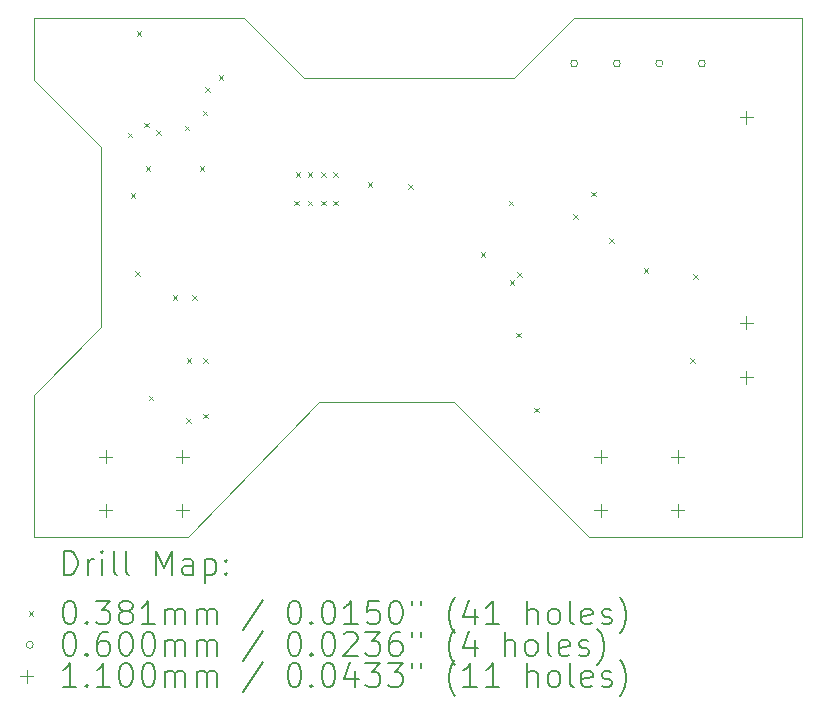
<source format=gbr>
%TF.GenerationSoftware,KiCad,Pcbnew,7.0.5+dfsg-2*%
%TF.CreationDate,2023-08-29T10:22:57-04:00*%
%TF.ProjectId,proto1_0,70726f74-6f31-45f3-902e-6b696361645f,rev?*%
%TF.SameCoordinates,Original*%
%TF.FileFunction,Drillmap*%
%TF.FilePolarity,Positive*%
%FSLAX45Y45*%
G04 Gerber Fmt 4.5, Leading zero omitted, Abs format (unit mm)*
G04 Created by KiCad (PCBNEW 7.0.5+dfsg-2) date 2023-08-29 10:22:57*
%MOMM*%
%LPD*%
G01*
G04 APERTURE LIST*
%ADD10C,0.100000*%
%ADD11C,0.200000*%
%ADD12C,0.038100*%
%ADD13C,0.060000*%
%ADD14C,0.110000*%
G04 APERTURE END LIST*
D10*
X8191500Y-6096000D02*
X7620000Y-5524500D01*
X8191500Y-7620000D02*
X8191500Y-6096000D01*
X7620000Y-8191500D02*
X8191500Y-7620000D01*
X7620000Y-5524500D02*
X7620000Y-4998720D01*
X12319000Y-9398000D02*
X14120000Y-9398000D01*
X11684000Y-5506720D02*
X9906000Y-5506720D01*
X8925560Y-9398000D02*
X10033000Y-8255000D01*
X7620000Y-9398000D02*
X8925560Y-9398000D01*
X7620000Y-4998720D02*
X9398000Y-4998720D01*
X12192000Y-4998720D02*
X11684000Y-5506720D01*
X7620000Y-9398000D02*
X7620000Y-8191500D01*
X14120000Y-4998720D02*
X14120000Y-9398000D01*
X10033000Y-8255000D02*
X11176000Y-8255000D01*
X12319000Y-9398000D02*
X11176000Y-8255000D01*
X9398000Y-4998720D02*
X9906000Y-5506720D01*
X14120000Y-4998720D02*
X12192000Y-4998720D01*
D11*
D12*
X8416092Y-5973008D02*
X8454192Y-6011108D01*
X8454192Y-5973008D02*
X8416092Y-6011108D01*
X8439150Y-6483350D02*
X8477250Y-6521450D01*
X8477250Y-6483350D02*
X8439150Y-6521450D01*
X8477250Y-7143750D02*
X8515350Y-7181850D01*
X8515350Y-7143750D02*
X8477250Y-7181850D01*
X8489950Y-5111750D02*
X8528050Y-5149850D01*
X8528050Y-5111750D02*
X8489950Y-5149850D01*
X8553450Y-5886450D02*
X8591550Y-5924550D01*
X8591550Y-5886450D02*
X8553450Y-5924550D01*
X8566150Y-6254750D02*
X8604250Y-6292850D01*
X8604250Y-6254750D02*
X8566150Y-6292850D01*
X8591550Y-8197850D02*
X8629650Y-8235950D01*
X8629650Y-8197850D02*
X8591550Y-8235950D01*
X8655050Y-5949950D02*
X8693150Y-5988050D01*
X8693150Y-5949950D02*
X8655050Y-5988050D01*
X8794750Y-7346950D02*
X8832850Y-7385050D01*
X8832850Y-7346950D02*
X8794750Y-7385050D01*
X8896350Y-5911850D02*
X8934450Y-5949950D01*
X8934450Y-5911850D02*
X8896350Y-5949950D01*
X8909050Y-8388350D02*
X8947150Y-8426450D01*
X8947150Y-8388350D02*
X8909050Y-8426450D01*
X8916212Y-7880350D02*
X8954312Y-7918450D01*
X8954312Y-7880350D02*
X8916212Y-7918450D01*
X8959850Y-7346950D02*
X8997950Y-7385050D01*
X8997950Y-7346950D02*
X8959850Y-7385050D01*
X9023350Y-6254750D02*
X9061450Y-6292850D01*
X9061450Y-6254750D02*
X9023350Y-6292850D01*
X9048750Y-5784850D02*
X9086850Y-5822950D01*
X9086850Y-5784850D02*
X9048750Y-5822950D01*
X9053272Y-7880350D02*
X9091372Y-7918450D01*
X9091372Y-7880350D02*
X9053272Y-7918450D01*
X9053272Y-8350250D02*
X9091372Y-8388350D01*
X9091372Y-8350250D02*
X9053272Y-8388350D01*
X9071104Y-5584696D02*
X9109204Y-5622796D01*
X9109204Y-5584696D02*
X9071104Y-5622796D01*
X9185146Y-5483354D02*
X9223246Y-5521454D01*
X9223246Y-5483354D02*
X9185146Y-5521454D01*
X9823450Y-6546850D02*
X9861550Y-6584950D01*
X9861550Y-6546850D02*
X9823450Y-6584950D01*
X9836150Y-6305550D02*
X9874250Y-6343650D01*
X9874250Y-6305550D02*
X9836150Y-6343650D01*
X9937750Y-6305550D02*
X9975850Y-6343650D01*
X9975850Y-6305550D02*
X9937750Y-6343650D01*
X9937750Y-6546850D02*
X9975850Y-6584950D01*
X9975850Y-6546850D02*
X9937750Y-6584950D01*
X10052050Y-6305550D02*
X10090150Y-6343650D01*
X10090150Y-6305550D02*
X10052050Y-6343650D01*
X10052050Y-6546850D02*
X10090150Y-6584950D01*
X10090150Y-6546850D02*
X10052050Y-6584950D01*
X10153650Y-6305550D02*
X10191750Y-6343650D01*
X10191750Y-6305550D02*
X10153650Y-6343650D01*
X10153650Y-6546850D02*
X10191750Y-6584950D01*
X10191750Y-6546850D02*
X10153650Y-6584950D01*
X10445750Y-6389420D02*
X10483850Y-6427520D01*
X10483850Y-6389420D02*
X10445750Y-6427520D01*
X10788650Y-6407150D02*
X10826750Y-6445250D01*
X10826750Y-6407150D02*
X10788650Y-6445250D01*
X11404600Y-6985000D02*
X11442700Y-7023100D01*
X11442700Y-6985000D02*
X11404600Y-7023100D01*
X11639550Y-6546850D02*
X11677650Y-6584950D01*
X11677650Y-6546850D02*
X11639550Y-6584950D01*
X11650095Y-7219950D02*
X11688195Y-7258050D01*
X11688195Y-7219950D02*
X11650095Y-7258050D01*
X11703050Y-7664450D02*
X11741150Y-7702550D01*
X11741150Y-7664450D02*
X11703050Y-7702550D01*
X11713545Y-7151420D02*
X11751645Y-7189520D01*
X11751645Y-7151420D02*
X11713545Y-7189520D01*
X11855450Y-8299450D02*
X11893550Y-8337550D01*
X11893550Y-8299450D02*
X11855450Y-8337550D01*
X12185650Y-6661150D02*
X12223750Y-6699250D01*
X12223750Y-6661150D02*
X12185650Y-6699250D01*
X12338050Y-6470650D02*
X12376150Y-6508750D01*
X12376150Y-6470650D02*
X12338050Y-6508750D01*
X12490450Y-6864350D02*
X12528550Y-6902450D01*
X12528550Y-6864350D02*
X12490450Y-6902450D01*
X12782550Y-7118350D02*
X12820650Y-7156450D01*
X12820650Y-7118350D02*
X12782550Y-7156450D01*
X13176250Y-7880350D02*
X13214350Y-7918450D01*
X13214350Y-7880350D02*
X13176250Y-7918450D01*
X13201650Y-7167850D02*
X13239750Y-7205950D01*
X13239750Y-7167850D02*
X13201650Y-7205950D01*
D13*
X12225900Y-5384800D02*
G75*
G03*
X12225900Y-5384800I-30000J0D01*
G01*
X12585900Y-5384800D02*
G75*
G03*
X12585900Y-5384800I-30000J0D01*
G01*
X12945900Y-5384800D02*
G75*
G03*
X12945900Y-5384800I-30000J0D01*
G01*
X13305900Y-5384800D02*
G75*
G03*
X13305900Y-5384800I-30000J0D01*
G01*
D14*
X8227180Y-8660800D02*
X8227180Y-8770800D01*
X8172180Y-8715800D02*
X8282180Y-8715800D01*
X8227180Y-9110800D02*
X8227180Y-9220800D01*
X8172180Y-9165800D02*
X8282180Y-9165800D01*
X8877180Y-8660800D02*
X8877180Y-8770800D01*
X8822180Y-8715800D02*
X8932180Y-8715800D01*
X8877180Y-9110800D02*
X8877180Y-9220800D01*
X8822180Y-9165800D02*
X8932180Y-9165800D01*
X12420720Y-8660800D02*
X12420720Y-8770800D01*
X12365720Y-8715800D02*
X12475720Y-8715800D01*
X12420720Y-9110800D02*
X12420720Y-9220800D01*
X12365720Y-9165800D02*
X12475720Y-9165800D01*
X13070720Y-8660800D02*
X13070720Y-8770800D01*
X13015720Y-8715800D02*
X13125720Y-8715800D01*
X13070720Y-9110800D02*
X13070720Y-9220800D01*
X13015720Y-9165800D02*
X13125720Y-9165800D01*
X13652500Y-5787000D02*
X13652500Y-5897000D01*
X13597500Y-5842000D02*
X13707500Y-5842000D01*
X13652500Y-7525500D02*
X13652500Y-7635500D01*
X13597500Y-7580500D02*
X13707500Y-7580500D01*
X13652500Y-7985500D02*
X13652500Y-8095500D01*
X13597500Y-8040500D02*
X13707500Y-8040500D01*
D11*
X7875777Y-9714484D02*
X7875777Y-9514484D01*
X7875777Y-9514484D02*
X7923396Y-9514484D01*
X7923396Y-9514484D02*
X7951967Y-9524008D01*
X7951967Y-9524008D02*
X7971015Y-9543055D01*
X7971015Y-9543055D02*
X7980539Y-9562103D01*
X7980539Y-9562103D02*
X7990062Y-9600198D01*
X7990062Y-9600198D02*
X7990062Y-9628770D01*
X7990062Y-9628770D02*
X7980539Y-9666865D01*
X7980539Y-9666865D02*
X7971015Y-9685912D01*
X7971015Y-9685912D02*
X7951967Y-9704960D01*
X7951967Y-9704960D02*
X7923396Y-9714484D01*
X7923396Y-9714484D02*
X7875777Y-9714484D01*
X8075777Y-9714484D02*
X8075777Y-9581150D01*
X8075777Y-9619246D02*
X8085301Y-9600198D01*
X8085301Y-9600198D02*
X8094824Y-9590674D01*
X8094824Y-9590674D02*
X8113872Y-9581150D01*
X8113872Y-9581150D02*
X8132920Y-9581150D01*
X8199586Y-9714484D02*
X8199586Y-9581150D01*
X8199586Y-9514484D02*
X8190062Y-9524008D01*
X8190062Y-9524008D02*
X8199586Y-9533531D01*
X8199586Y-9533531D02*
X8209110Y-9524008D01*
X8209110Y-9524008D02*
X8199586Y-9514484D01*
X8199586Y-9514484D02*
X8199586Y-9533531D01*
X8323396Y-9714484D02*
X8304348Y-9704960D01*
X8304348Y-9704960D02*
X8294824Y-9685912D01*
X8294824Y-9685912D02*
X8294824Y-9514484D01*
X8428158Y-9714484D02*
X8409110Y-9704960D01*
X8409110Y-9704960D02*
X8399586Y-9685912D01*
X8399586Y-9685912D02*
X8399586Y-9514484D01*
X8656729Y-9714484D02*
X8656729Y-9514484D01*
X8656729Y-9514484D02*
X8723396Y-9657341D01*
X8723396Y-9657341D02*
X8790063Y-9514484D01*
X8790063Y-9514484D02*
X8790063Y-9714484D01*
X8971015Y-9714484D02*
X8971015Y-9609722D01*
X8971015Y-9609722D02*
X8961491Y-9590674D01*
X8961491Y-9590674D02*
X8942444Y-9581150D01*
X8942444Y-9581150D02*
X8904348Y-9581150D01*
X8904348Y-9581150D02*
X8885301Y-9590674D01*
X8971015Y-9704960D02*
X8951967Y-9714484D01*
X8951967Y-9714484D02*
X8904348Y-9714484D01*
X8904348Y-9714484D02*
X8885301Y-9704960D01*
X8885301Y-9704960D02*
X8875777Y-9685912D01*
X8875777Y-9685912D02*
X8875777Y-9666865D01*
X8875777Y-9666865D02*
X8885301Y-9647817D01*
X8885301Y-9647817D02*
X8904348Y-9638293D01*
X8904348Y-9638293D02*
X8951967Y-9638293D01*
X8951967Y-9638293D02*
X8971015Y-9628770D01*
X9066253Y-9581150D02*
X9066253Y-9781150D01*
X9066253Y-9590674D02*
X9085301Y-9581150D01*
X9085301Y-9581150D02*
X9123396Y-9581150D01*
X9123396Y-9581150D02*
X9142444Y-9590674D01*
X9142444Y-9590674D02*
X9151967Y-9600198D01*
X9151967Y-9600198D02*
X9161491Y-9619246D01*
X9161491Y-9619246D02*
X9161491Y-9676389D01*
X9161491Y-9676389D02*
X9151967Y-9695436D01*
X9151967Y-9695436D02*
X9142444Y-9704960D01*
X9142444Y-9704960D02*
X9123396Y-9714484D01*
X9123396Y-9714484D02*
X9085301Y-9714484D01*
X9085301Y-9714484D02*
X9066253Y-9704960D01*
X9247205Y-9695436D02*
X9256729Y-9704960D01*
X9256729Y-9704960D02*
X9247205Y-9714484D01*
X9247205Y-9714484D02*
X9237682Y-9704960D01*
X9237682Y-9704960D02*
X9247205Y-9695436D01*
X9247205Y-9695436D02*
X9247205Y-9714484D01*
X9247205Y-9590674D02*
X9256729Y-9600198D01*
X9256729Y-9600198D02*
X9247205Y-9609722D01*
X9247205Y-9609722D02*
X9237682Y-9600198D01*
X9237682Y-9600198D02*
X9247205Y-9590674D01*
X9247205Y-9590674D02*
X9247205Y-9609722D01*
D12*
X7576900Y-10023950D02*
X7615000Y-10062050D01*
X7615000Y-10023950D02*
X7576900Y-10062050D01*
D11*
X7913872Y-9934484D02*
X7932920Y-9934484D01*
X7932920Y-9934484D02*
X7951967Y-9944008D01*
X7951967Y-9944008D02*
X7961491Y-9953531D01*
X7961491Y-9953531D02*
X7971015Y-9972579D01*
X7971015Y-9972579D02*
X7980539Y-10010674D01*
X7980539Y-10010674D02*
X7980539Y-10058293D01*
X7980539Y-10058293D02*
X7971015Y-10096389D01*
X7971015Y-10096389D02*
X7961491Y-10115436D01*
X7961491Y-10115436D02*
X7951967Y-10124960D01*
X7951967Y-10124960D02*
X7932920Y-10134484D01*
X7932920Y-10134484D02*
X7913872Y-10134484D01*
X7913872Y-10134484D02*
X7894824Y-10124960D01*
X7894824Y-10124960D02*
X7885301Y-10115436D01*
X7885301Y-10115436D02*
X7875777Y-10096389D01*
X7875777Y-10096389D02*
X7866253Y-10058293D01*
X7866253Y-10058293D02*
X7866253Y-10010674D01*
X7866253Y-10010674D02*
X7875777Y-9972579D01*
X7875777Y-9972579D02*
X7885301Y-9953531D01*
X7885301Y-9953531D02*
X7894824Y-9944008D01*
X7894824Y-9944008D02*
X7913872Y-9934484D01*
X8066253Y-10115436D02*
X8075777Y-10124960D01*
X8075777Y-10124960D02*
X8066253Y-10134484D01*
X8066253Y-10134484D02*
X8056729Y-10124960D01*
X8056729Y-10124960D02*
X8066253Y-10115436D01*
X8066253Y-10115436D02*
X8066253Y-10134484D01*
X8142443Y-9934484D02*
X8266253Y-9934484D01*
X8266253Y-9934484D02*
X8199586Y-10010674D01*
X8199586Y-10010674D02*
X8228158Y-10010674D01*
X8228158Y-10010674D02*
X8247205Y-10020198D01*
X8247205Y-10020198D02*
X8256729Y-10029722D01*
X8256729Y-10029722D02*
X8266253Y-10048770D01*
X8266253Y-10048770D02*
X8266253Y-10096389D01*
X8266253Y-10096389D02*
X8256729Y-10115436D01*
X8256729Y-10115436D02*
X8247205Y-10124960D01*
X8247205Y-10124960D02*
X8228158Y-10134484D01*
X8228158Y-10134484D02*
X8171015Y-10134484D01*
X8171015Y-10134484D02*
X8151967Y-10124960D01*
X8151967Y-10124960D02*
X8142443Y-10115436D01*
X8380539Y-10020198D02*
X8361491Y-10010674D01*
X8361491Y-10010674D02*
X8351967Y-10001150D01*
X8351967Y-10001150D02*
X8342443Y-9982103D01*
X8342443Y-9982103D02*
X8342443Y-9972579D01*
X8342443Y-9972579D02*
X8351967Y-9953531D01*
X8351967Y-9953531D02*
X8361491Y-9944008D01*
X8361491Y-9944008D02*
X8380539Y-9934484D01*
X8380539Y-9934484D02*
X8418634Y-9934484D01*
X8418634Y-9934484D02*
X8437682Y-9944008D01*
X8437682Y-9944008D02*
X8447205Y-9953531D01*
X8447205Y-9953531D02*
X8456729Y-9972579D01*
X8456729Y-9972579D02*
X8456729Y-9982103D01*
X8456729Y-9982103D02*
X8447205Y-10001150D01*
X8447205Y-10001150D02*
X8437682Y-10010674D01*
X8437682Y-10010674D02*
X8418634Y-10020198D01*
X8418634Y-10020198D02*
X8380539Y-10020198D01*
X8380539Y-10020198D02*
X8361491Y-10029722D01*
X8361491Y-10029722D02*
X8351967Y-10039246D01*
X8351967Y-10039246D02*
X8342443Y-10058293D01*
X8342443Y-10058293D02*
X8342443Y-10096389D01*
X8342443Y-10096389D02*
X8351967Y-10115436D01*
X8351967Y-10115436D02*
X8361491Y-10124960D01*
X8361491Y-10124960D02*
X8380539Y-10134484D01*
X8380539Y-10134484D02*
X8418634Y-10134484D01*
X8418634Y-10134484D02*
X8437682Y-10124960D01*
X8437682Y-10124960D02*
X8447205Y-10115436D01*
X8447205Y-10115436D02*
X8456729Y-10096389D01*
X8456729Y-10096389D02*
X8456729Y-10058293D01*
X8456729Y-10058293D02*
X8447205Y-10039246D01*
X8447205Y-10039246D02*
X8437682Y-10029722D01*
X8437682Y-10029722D02*
X8418634Y-10020198D01*
X8647205Y-10134484D02*
X8532920Y-10134484D01*
X8590063Y-10134484D02*
X8590063Y-9934484D01*
X8590063Y-9934484D02*
X8571015Y-9963055D01*
X8571015Y-9963055D02*
X8551967Y-9982103D01*
X8551967Y-9982103D02*
X8532920Y-9991627D01*
X8732920Y-10134484D02*
X8732920Y-10001150D01*
X8732920Y-10020198D02*
X8742444Y-10010674D01*
X8742444Y-10010674D02*
X8761491Y-10001150D01*
X8761491Y-10001150D02*
X8790063Y-10001150D01*
X8790063Y-10001150D02*
X8809110Y-10010674D01*
X8809110Y-10010674D02*
X8818634Y-10029722D01*
X8818634Y-10029722D02*
X8818634Y-10134484D01*
X8818634Y-10029722D02*
X8828158Y-10010674D01*
X8828158Y-10010674D02*
X8847205Y-10001150D01*
X8847205Y-10001150D02*
X8875777Y-10001150D01*
X8875777Y-10001150D02*
X8894825Y-10010674D01*
X8894825Y-10010674D02*
X8904348Y-10029722D01*
X8904348Y-10029722D02*
X8904348Y-10134484D01*
X8999586Y-10134484D02*
X8999586Y-10001150D01*
X8999586Y-10020198D02*
X9009110Y-10010674D01*
X9009110Y-10010674D02*
X9028158Y-10001150D01*
X9028158Y-10001150D02*
X9056729Y-10001150D01*
X9056729Y-10001150D02*
X9075777Y-10010674D01*
X9075777Y-10010674D02*
X9085301Y-10029722D01*
X9085301Y-10029722D02*
X9085301Y-10134484D01*
X9085301Y-10029722D02*
X9094825Y-10010674D01*
X9094825Y-10010674D02*
X9113872Y-10001150D01*
X9113872Y-10001150D02*
X9142444Y-10001150D01*
X9142444Y-10001150D02*
X9161491Y-10010674D01*
X9161491Y-10010674D02*
X9171015Y-10029722D01*
X9171015Y-10029722D02*
X9171015Y-10134484D01*
X9561491Y-9924960D02*
X9390063Y-10182103D01*
X9818634Y-9934484D02*
X9837682Y-9934484D01*
X9837682Y-9934484D02*
X9856729Y-9944008D01*
X9856729Y-9944008D02*
X9866253Y-9953531D01*
X9866253Y-9953531D02*
X9875777Y-9972579D01*
X9875777Y-9972579D02*
X9885301Y-10010674D01*
X9885301Y-10010674D02*
X9885301Y-10058293D01*
X9885301Y-10058293D02*
X9875777Y-10096389D01*
X9875777Y-10096389D02*
X9866253Y-10115436D01*
X9866253Y-10115436D02*
X9856729Y-10124960D01*
X9856729Y-10124960D02*
X9837682Y-10134484D01*
X9837682Y-10134484D02*
X9818634Y-10134484D01*
X9818634Y-10134484D02*
X9799587Y-10124960D01*
X9799587Y-10124960D02*
X9790063Y-10115436D01*
X9790063Y-10115436D02*
X9780539Y-10096389D01*
X9780539Y-10096389D02*
X9771015Y-10058293D01*
X9771015Y-10058293D02*
X9771015Y-10010674D01*
X9771015Y-10010674D02*
X9780539Y-9972579D01*
X9780539Y-9972579D02*
X9790063Y-9953531D01*
X9790063Y-9953531D02*
X9799587Y-9944008D01*
X9799587Y-9944008D02*
X9818634Y-9934484D01*
X9971015Y-10115436D02*
X9980539Y-10124960D01*
X9980539Y-10124960D02*
X9971015Y-10134484D01*
X9971015Y-10134484D02*
X9961491Y-10124960D01*
X9961491Y-10124960D02*
X9971015Y-10115436D01*
X9971015Y-10115436D02*
X9971015Y-10134484D01*
X10104348Y-9934484D02*
X10123396Y-9934484D01*
X10123396Y-9934484D02*
X10142444Y-9944008D01*
X10142444Y-9944008D02*
X10151968Y-9953531D01*
X10151968Y-9953531D02*
X10161491Y-9972579D01*
X10161491Y-9972579D02*
X10171015Y-10010674D01*
X10171015Y-10010674D02*
X10171015Y-10058293D01*
X10171015Y-10058293D02*
X10161491Y-10096389D01*
X10161491Y-10096389D02*
X10151968Y-10115436D01*
X10151968Y-10115436D02*
X10142444Y-10124960D01*
X10142444Y-10124960D02*
X10123396Y-10134484D01*
X10123396Y-10134484D02*
X10104348Y-10134484D01*
X10104348Y-10134484D02*
X10085301Y-10124960D01*
X10085301Y-10124960D02*
X10075777Y-10115436D01*
X10075777Y-10115436D02*
X10066253Y-10096389D01*
X10066253Y-10096389D02*
X10056729Y-10058293D01*
X10056729Y-10058293D02*
X10056729Y-10010674D01*
X10056729Y-10010674D02*
X10066253Y-9972579D01*
X10066253Y-9972579D02*
X10075777Y-9953531D01*
X10075777Y-9953531D02*
X10085301Y-9944008D01*
X10085301Y-9944008D02*
X10104348Y-9934484D01*
X10361491Y-10134484D02*
X10247206Y-10134484D01*
X10304348Y-10134484D02*
X10304348Y-9934484D01*
X10304348Y-9934484D02*
X10285301Y-9963055D01*
X10285301Y-9963055D02*
X10266253Y-9982103D01*
X10266253Y-9982103D02*
X10247206Y-9991627D01*
X10542444Y-9934484D02*
X10447206Y-9934484D01*
X10447206Y-9934484D02*
X10437682Y-10029722D01*
X10437682Y-10029722D02*
X10447206Y-10020198D01*
X10447206Y-10020198D02*
X10466253Y-10010674D01*
X10466253Y-10010674D02*
X10513872Y-10010674D01*
X10513872Y-10010674D02*
X10532920Y-10020198D01*
X10532920Y-10020198D02*
X10542444Y-10029722D01*
X10542444Y-10029722D02*
X10551968Y-10048770D01*
X10551968Y-10048770D02*
X10551968Y-10096389D01*
X10551968Y-10096389D02*
X10542444Y-10115436D01*
X10542444Y-10115436D02*
X10532920Y-10124960D01*
X10532920Y-10124960D02*
X10513872Y-10134484D01*
X10513872Y-10134484D02*
X10466253Y-10134484D01*
X10466253Y-10134484D02*
X10447206Y-10124960D01*
X10447206Y-10124960D02*
X10437682Y-10115436D01*
X10675777Y-9934484D02*
X10694825Y-9934484D01*
X10694825Y-9934484D02*
X10713872Y-9944008D01*
X10713872Y-9944008D02*
X10723396Y-9953531D01*
X10723396Y-9953531D02*
X10732920Y-9972579D01*
X10732920Y-9972579D02*
X10742444Y-10010674D01*
X10742444Y-10010674D02*
X10742444Y-10058293D01*
X10742444Y-10058293D02*
X10732920Y-10096389D01*
X10732920Y-10096389D02*
X10723396Y-10115436D01*
X10723396Y-10115436D02*
X10713872Y-10124960D01*
X10713872Y-10124960D02*
X10694825Y-10134484D01*
X10694825Y-10134484D02*
X10675777Y-10134484D01*
X10675777Y-10134484D02*
X10656729Y-10124960D01*
X10656729Y-10124960D02*
X10647206Y-10115436D01*
X10647206Y-10115436D02*
X10637682Y-10096389D01*
X10637682Y-10096389D02*
X10628158Y-10058293D01*
X10628158Y-10058293D02*
X10628158Y-10010674D01*
X10628158Y-10010674D02*
X10637682Y-9972579D01*
X10637682Y-9972579D02*
X10647206Y-9953531D01*
X10647206Y-9953531D02*
X10656729Y-9944008D01*
X10656729Y-9944008D02*
X10675777Y-9934484D01*
X10818634Y-9934484D02*
X10818634Y-9972579D01*
X10894825Y-9934484D02*
X10894825Y-9972579D01*
X11190063Y-10210674D02*
X11180539Y-10201150D01*
X11180539Y-10201150D02*
X11161491Y-10172579D01*
X11161491Y-10172579D02*
X11151968Y-10153531D01*
X11151968Y-10153531D02*
X11142444Y-10124960D01*
X11142444Y-10124960D02*
X11132920Y-10077341D01*
X11132920Y-10077341D02*
X11132920Y-10039246D01*
X11132920Y-10039246D02*
X11142444Y-9991627D01*
X11142444Y-9991627D02*
X11151968Y-9963055D01*
X11151968Y-9963055D02*
X11161491Y-9944008D01*
X11161491Y-9944008D02*
X11180539Y-9915436D01*
X11180539Y-9915436D02*
X11190063Y-9905912D01*
X11351968Y-10001150D02*
X11351968Y-10134484D01*
X11304348Y-9924960D02*
X11256729Y-10067817D01*
X11256729Y-10067817D02*
X11380539Y-10067817D01*
X11561491Y-10134484D02*
X11447206Y-10134484D01*
X11504348Y-10134484D02*
X11504348Y-9934484D01*
X11504348Y-9934484D02*
X11485301Y-9963055D01*
X11485301Y-9963055D02*
X11466253Y-9982103D01*
X11466253Y-9982103D02*
X11447206Y-9991627D01*
X11799587Y-10134484D02*
X11799587Y-9934484D01*
X11885301Y-10134484D02*
X11885301Y-10029722D01*
X11885301Y-10029722D02*
X11875777Y-10010674D01*
X11875777Y-10010674D02*
X11856730Y-10001150D01*
X11856730Y-10001150D02*
X11828158Y-10001150D01*
X11828158Y-10001150D02*
X11809110Y-10010674D01*
X11809110Y-10010674D02*
X11799587Y-10020198D01*
X12009110Y-10134484D02*
X11990063Y-10124960D01*
X11990063Y-10124960D02*
X11980539Y-10115436D01*
X11980539Y-10115436D02*
X11971015Y-10096389D01*
X11971015Y-10096389D02*
X11971015Y-10039246D01*
X11971015Y-10039246D02*
X11980539Y-10020198D01*
X11980539Y-10020198D02*
X11990063Y-10010674D01*
X11990063Y-10010674D02*
X12009110Y-10001150D01*
X12009110Y-10001150D02*
X12037682Y-10001150D01*
X12037682Y-10001150D02*
X12056730Y-10010674D01*
X12056730Y-10010674D02*
X12066253Y-10020198D01*
X12066253Y-10020198D02*
X12075777Y-10039246D01*
X12075777Y-10039246D02*
X12075777Y-10096389D01*
X12075777Y-10096389D02*
X12066253Y-10115436D01*
X12066253Y-10115436D02*
X12056730Y-10124960D01*
X12056730Y-10124960D02*
X12037682Y-10134484D01*
X12037682Y-10134484D02*
X12009110Y-10134484D01*
X12190063Y-10134484D02*
X12171015Y-10124960D01*
X12171015Y-10124960D02*
X12161491Y-10105912D01*
X12161491Y-10105912D02*
X12161491Y-9934484D01*
X12342444Y-10124960D02*
X12323396Y-10134484D01*
X12323396Y-10134484D02*
X12285301Y-10134484D01*
X12285301Y-10134484D02*
X12266253Y-10124960D01*
X12266253Y-10124960D02*
X12256730Y-10105912D01*
X12256730Y-10105912D02*
X12256730Y-10029722D01*
X12256730Y-10029722D02*
X12266253Y-10010674D01*
X12266253Y-10010674D02*
X12285301Y-10001150D01*
X12285301Y-10001150D02*
X12323396Y-10001150D01*
X12323396Y-10001150D02*
X12342444Y-10010674D01*
X12342444Y-10010674D02*
X12351968Y-10029722D01*
X12351968Y-10029722D02*
X12351968Y-10048770D01*
X12351968Y-10048770D02*
X12256730Y-10067817D01*
X12428158Y-10124960D02*
X12447206Y-10134484D01*
X12447206Y-10134484D02*
X12485301Y-10134484D01*
X12485301Y-10134484D02*
X12504349Y-10124960D01*
X12504349Y-10124960D02*
X12513872Y-10105912D01*
X12513872Y-10105912D02*
X12513872Y-10096389D01*
X12513872Y-10096389D02*
X12504349Y-10077341D01*
X12504349Y-10077341D02*
X12485301Y-10067817D01*
X12485301Y-10067817D02*
X12456730Y-10067817D01*
X12456730Y-10067817D02*
X12437682Y-10058293D01*
X12437682Y-10058293D02*
X12428158Y-10039246D01*
X12428158Y-10039246D02*
X12428158Y-10029722D01*
X12428158Y-10029722D02*
X12437682Y-10010674D01*
X12437682Y-10010674D02*
X12456730Y-10001150D01*
X12456730Y-10001150D02*
X12485301Y-10001150D01*
X12485301Y-10001150D02*
X12504349Y-10010674D01*
X12580539Y-10210674D02*
X12590063Y-10201150D01*
X12590063Y-10201150D02*
X12609111Y-10172579D01*
X12609111Y-10172579D02*
X12618634Y-10153531D01*
X12618634Y-10153531D02*
X12628158Y-10124960D01*
X12628158Y-10124960D02*
X12637682Y-10077341D01*
X12637682Y-10077341D02*
X12637682Y-10039246D01*
X12637682Y-10039246D02*
X12628158Y-9991627D01*
X12628158Y-9991627D02*
X12618634Y-9963055D01*
X12618634Y-9963055D02*
X12609111Y-9944008D01*
X12609111Y-9944008D02*
X12590063Y-9915436D01*
X12590063Y-9915436D02*
X12580539Y-9905912D01*
D13*
X7615000Y-10307000D02*
G75*
G03*
X7615000Y-10307000I-30000J0D01*
G01*
D11*
X7913872Y-10198484D02*
X7932920Y-10198484D01*
X7932920Y-10198484D02*
X7951967Y-10208008D01*
X7951967Y-10208008D02*
X7961491Y-10217531D01*
X7961491Y-10217531D02*
X7971015Y-10236579D01*
X7971015Y-10236579D02*
X7980539Y-10274674D01*
X7980539Y-10274674D02*
X7980539Y-10322293D01*
X7980539Y-10322293D02*
X7971015Y-10360389D01*
X7971015Y-10360389D02*
X7961491Y-10379436D01*
X7961491Y-10379436D02*
X7951967Y-10388960D01*
X7951967Y-10388960D02*
X7932920Y-10398484D01*
X7932920Y-10398484D02*
X7913872Y-10398484D01*
X7913872Y-10398484D02*
X7894824Y-10388960D01*
X7894824Y-10388960D02*
X7885301Y-10379436D01*
X7885301Y-10379436D02*
X7875777Y-10360389D01*
X7875777Y-10360389D02*
X7866253Y-10322293D01*
X7866253Y-10322293D02*
X7866253Y-10274674D01*
X7866253Y-10274674D02*
X7875777Y-10236579D01*
X7875777Y-10236579D02*
X7885301Y-10217531D01*
X7885301Y-10217531D02*
X7894824Y-10208008D01*
X7894824Y-10208008D02*
X7913872Y-10198484D01*
X8066253Y-10379436D02*
X8075777Y-10388960D01*
X8075777Y-10388960D02*
X8066253Y-10398484D01*
X8066253Y-10398484D02*
X8056729Y-10388960D01*
X8056729Y-10388960D02*
X8066253Y-10379436D01*
X8066253Y-10379436D02*
X8066253Y-10398484D01*
X8247205Y-10198484D02*
X8209110Y-10198484D01*
X8209110Y-10198484D02*
X8190062Y-10208008D01*
X8190062Y-10208008D02*
X8180539Y-10217531D01*
X8180539Y-10217531D02*
X8161491Y-10246103D01*
X8161491Y-10246103D02*
X8151967Y-10284198D01*
X8151967Y-10284198D02*
X8151967Y-10360389D01*
X8151967Y-10360389D02*
X8161491Y-10379436D01*
X8161491Y-10379436D02*
X8171015Y-10388960D01*
X8171015Y-10388960D02*
X8190062Y-10398484D01*
X8190062Y-10398484D02*
X8228158Y-10398484D01*
X8228158Y-10398484D02*
X8247205Y-10388960D01*
X8247205Y-10388960D02*
X8256729Y-10379436D01*
X8256729Y-10379436D02*
X8266253Y-10360389D01*
X8266253Y-10360389D02*
X8266253Y-10312770D01*
X8266253Y-10312770D02*
X8256729Y-10293722D01*
X8256729Y-10293722D02*
X8247205Y-10284198D01*
X8247205Y-10284198D02*
X8228158Y-10274674D01*
X8228158Y-10274674D02*
X8190062Y-10274674D01*
X8190062Y-10274674D02*
X8171015Y-10284198D01*
X8171015Y-10284198D02*
X8161491Y-10293722D01*
X8161491Y-10293722D02*
X8151967Y-10312770D01*
X8390063Y-10198484D02*
X8409110Y-10198484D01*
X8409110Y-10198484D02*
X8428158Y-10208008D01*
X8428158Y-10208008D02*
X8437682Y-10217531D01*
X8437682Y-10217531D02*
X8447205Y-10236579D01*
X8447205Y-10236579D02*
X8456729Y-10274674D01*
X8456729Y-10274674D02*
X8456729Y-10322293D01*
X8456729Y-10322293D02*
X8447205Y-10360389D01*
X8447205Y-10360389D02*
X8437682Y-10379436D01*
X8437682Y-10379436D02*
X8428158Y-10388960D01*
X8428158Y-10388960D02*
X8409110Y-10398484D01*
X8409110Y-10398484D02*
X8390063Y-10398484D01*
X8390063Y-10398484D02*
X8371015Y-10388960D01*
X8371015Y-10388960D02*
X8361491Y-10379436D01*
X8361491Y-10379436D02*
X8351967Y-10360389D01*
X8351967Y-10360389D02*
X8342443Y-10322293D01*
X8342443Y-10322293D02*
X8342443Y-10274674D01*
X8342443Y-10274674D02*
X8351967Y-10236579D01*
X8351967Y-10236579D02*
X8361491Y-10217531D01*
X8361491Y-10217531D02*
X8371015Y-10208008D01*
X8371015Y-10208008D02*
X8390063Y-10198484D01*
X8580539Y-10198484D02*
X8599586Y-10198484D01*
X8599586Y-10198484D02*
X8618634Y-10208008D01*
X8618634Y-10208008D02*
X8628158Y-10217531D01*
X8628158Y-10217531D02*
X8637682Y-10236579D01*
X8637682Y-10236579D02*
X8647205Y-10274674D01*
X8647205Y-10274674D02*
X8647205Y-10322293D01*
X8647205Y-10322293D02*
X8637682Y-10360389D01*
X8637682Y-10360389D02*
X8628158Y-10379436D01*
X8628158Y-10379436D02*
X8618634Y-10388960D01*
X8618634Y-10388960D02*
X8599586Y-10398484D01*
X8599586Y-10398484D02*
X8580539Y-10398484D01*
X8580539Y-10398484D02*
X8561491Y-10388960D01*
X8561491Y-10388960D02*
X8551967Y-10379436D01*
X8551967Y-10379436D02*
X8542444Y-10360389D01*
X8542444Y-10360389D02*
X8532920Y-10322293D01*
X8532920Y-10322293D02*
X8532920Y-10274674D01*
X8532920Y-10274674D02*
X8542444Y-10236579D01*
X8542444Y-10236579D02*
X8551967Y-10217531D01*
X8551967Y-10217531D02*
X8561491Y-10208008D01*
X8561491Y-10208008D02*
X8580539Y-10198484D01*
X8732920Y-10398484D02*
X8732920Y-10265150D01*
X8732920Y-10284198D02*
X8742444Y-10274674D01*
X8742444Y-10274674D02*
X8761491Y-10265150D01*
X8761491Y-10265150D02*
X8790063Y-10265150D01*
X8790063Y-10265150D02*
X8809110Y-10274674D01*
X8809110Y-10274674D02*
X8818634Y-10293722D01*
X8818634Y-10293722D02*
X8818634Y-10398484D01*
X8818634Y-10293722D02*
X8828158Y-10274674D01*
X8828158Y-10274674D02*
X8847205Y-10265150D01*
X8847205Y-10265150D02*
X8875777Y-10265150D01*
X8875777Y-10265150D02*
X8894825Y-10274674D01*
X8894825Y-10274674D02*
X8904348Y-10293722D01*
X8904348Y-10293722D02*
X8904348Y-10398484D01*
X8999586Y-10398484D02*
X8999586Y-10265150D01*
X8999586Y-10284198D02*
X9009110Y-10274674D01*
X9009110Y-10274674D02*
X9028158Y-10265150D01*
X9028158Y-10265150D02*
X9056729Y-10265150D01*
X9056729Y-10265150D02*
X9075777Y-10274674D01*
X9075777Y-10274674D02*
X9085301Y-10293722D01*
X9085301Y-10293722D02*
X9085301Y-10398484D01*
X9085301Y-10293722D02*
X9094825Y-10274674D01*
X9094825Y-10274674D02*
X9113872Y-10265150D01*
X9113872Y-10265150D02*
X9142444Y-10265150D01*
X9142444Y-10265150D02*
X9161491Y-10274674D01*
X9161491Y-10274674D02*
X9171015Y-10293722D01*
X9171015Y-10293722D02*
X9171015Y-10398484D01*
X9561491Y-10188960D02*
X9390063Y-10446103D01*
X9818634Y-10198484D02*
X9837682Y-10198484D01*
X9837682Y-10198484D02*
X9856729Y-10208008D01*
X9856729Y-10208008D02*
X9866253Y-10217531D01*
X9866253Y-10217531D02*
X9875777Y-10236579D01*
X9875777Y-10236579D02*
X9885301Y-10274674D01*
X9885301Y-10274674D02*
X9885301Y-10322293D01*
X9885301Y-10322293D02*
X9875777Y-10360389D01*
X9875777Y-10360389D02*
X9866253Y-10379436D01*
X9866253Y-10379436D02*
X9856729Y-10388960D01*
X9856729Y-10388960D02*
X9837682Y-10398484D01*
X9837682Y-10398484D02*
X9818634Y-10398484D01*
X9818634Y-10398484D02*
X9799587Y-10388960D01*
X9799587Y-10388960D02*
X9790063Y-10379436D01*
X9790063Y-10379436D02*
X9780539Y-10360389D01*
X9780539Y-10360389D02*
X9771015Y-10322293D01*
X9771015Y-10322293D02*
X9771015Y-10274674D01*
X9771015Y-10274674D02*
X9780539Y-10236579D01*
X9780539Y-10236579D02*
X9790063Y-10217531D01*
X9790063Y-10217531D02*
X9799587Y-10208008D01*
X9799587Y-10208008D02*
X9818634Y-10198484D01*
X9971015Y-10379436D02*
X9980539Y-10388960D01*
X9980539Y-10388960D02*
X9971015Y-10398484D01*
X9971015Y-10398484D02*
X9961491Y-10388960D01*
X9961491Y-10388960D02*
X9971015Y-10379436D01*
X9971015Y-10379436D02*
X9971015Y-10398484D01*
X10104348Y-10198484D02*
X10123396Y-10198484D01*
X10123396Y-10198484D02*
X10142444Y-10208008D01*
X10142444Y-10208008D02*
X10151968Y-10217531D01*
X10151968Y-10217531D02*
X10161491Y-10236579D01*
X10161491Y-10236579D02*
X10171015Y-10274674D01*
X10171015Y-10274674D02*
X10171015Y-10322293D01*
X10171015Y-10322293D02*
X10161491Y-10360389D01*
X10161491Y-10360389D02*
X10151968Y-10379436D01*
X10151968Y-10379436D02*
X10142444Y-10388960D01*
X10142444Y-10388960D02*
X10123396Y-10398484D01*
X10123396Y-10398484D02*
X10104348Y-10398484D01*
X10104348Y-10398484D02*
X10085301Y-10388960D01*
X10085301Y-10388960D02*
X10075777Y-10379436D01*
X10075777Y-10379436D02*
X10066253Y-10360389D01*
X10066253Y-10360389D02*
X10056729Y-10322293D01*
X10056729Y-10322293D02*
X10056729Y-10274674D01*
X10056729Y-10274674D02*
X10066253Y-10236579D01*
X10066253Y-10236579D02*
X10075777Y-10217531D01*
X10075777Y-10217531D02*
X10085301Y-10208008D01*
X10085301Y-10208008D02*
X10104348Y-10198484D01*
X10247206Y-10217531D02*
X10256729Y-10208008D01*
X10256729Y-10208008D02*
X10275777Y-10198484D01*
X10275777Y-10198484D02*
X10323396Y-10198484D01*
X10323396Y-10198484D02*
X10342444Y-10208008D01*
X10342444Y-10208008D02*
X10351968Y-10217531D01*
X10351968Y-10217531D02*
X10361491Y-10236579D01*
X10361491Y-10236579D02*
X10361491Y-10255627D01*
X10361491Y-10255627D02*
X10351968Y-10284198D01*
X10351968Y-10284198D02*
X10237682Y-10398484D01*
X10237682Y-10398484D02*
X10361491Y-10398484D01*
X10428158Y-10198484D02*
X10551968Y-10198484D01*
X10551968Y-10198484D02*
X10485301Y-10274674D01*
X10485301Y-10274674D02*
X10513872Y-10274674D01*
X10513872Y-10274674D02*
X10532920Y-10284198D01*
X10532920Y-10284198D02*
X10542444Y-10293722D01*
X10542444Y-10293722D02*
X10551968Y-10312770D01*
X10551968Y-10312770D02*
X10551968Y-10360389D01*
X10551968Y-10360389D02*
X10542444Y-10379436D01*
X10542444Y-10379436D02*
X10532920Y-10388960D01*
X10532920Y-10388960D02*
X10513872Y-10398484D01*
X10513872Y-10398484D02*
X10456729Y-10398484D01*
X10456729Y-10398484D02*
X10437682Y-10388960D01*
X10437682Y-10388960D02*
X10428158Y-10379436D01*
X10723396Y-10198484D02*
X10685301Y-10198484D01*
X10685301Y-10198484D02*
X10666253Y-10208008D01*
X10666253Y-10208008D02*
X10656729Y-10217531D01*
X10656729Y-10217531D02*
X10637682Y-10246103D01*
X10637682Y-10246103D02*
X10628158Y-10284198D01*
X10628158Y-10284198D02*
X10628158Y-10360389D01*
X10628158Y-10360389D02*
X10637682Y-10379436D01*
X10637682Y-10379436D02*
X10647206Y-10388960D01*
X10647206Y-10388960D02*
X10666253Y-10398484D01*
X10666253Y-10398484D02*
X10704349Y-10398484D01*
X10704349Y-10398484D02*
X10723396Y-10388960D01*
X10723396Y-10388960D02*
X10732920Y-10379436D01*
X10732920Y-10379436D02*
X10742444Y-10360389D01*
X10742444Y-10360389D02*
X10742444Y-10312770D01*
X10742444Y-10312770D02*
X10732920Y-10293722D01*
X10732920Y-10293722D02*
X10723396Y-10284198D01*
X10723396Y-10284198D02*
X10704349Y-10274674D01*
X10704349Y-10274674D02*
X10666253Y-10274674D01*
X10666253Y-10274674D02*
X10647206Y-10284198D01*
X10647206Y-10284198D02*
X10637682Y-10293722D01*
X10637682Y-10293722D02*
X10628158Y-10312770D01*
X10818634Y-10198484D02*
X10818634Y-10236579D01*
X10894825Y-10198484D02*
X10894825Y-10236579D01*
X11190063Y-10474674D02*
X11180539Y-10465150D01*
X11180539Y-10465150D02*
X11161491Y-10436579D01*
X11161491Y-10436579D02*
X11151968Y-10417531D01*
X11151968Y-10417531D02*
X11142444Y-10388960D01*
X11142444Y-10388960D02*
X11132920Y-10341341D01*
X11132920Y-10341341D02*
X11132920Y-10303246D01*
X11132920Y-10303246D02*
X11142444Y-10255627D01*
X11142444Y-10255627D02*
X11151968Y-10227055D01*
X11151968Y-10227055D02*
X11161491Y-10208008D01*
X11161491Y-10208008D02*
X11180539Y-10179436D01*
X11180539Y-10179436D02*
X11190063Y-10169912D01*
X11351968Y-10265150D02*
X11351968Y-10398484D01*
X11304348Y-10188960D02*
X11256729Y-10331817D01*
X11256729Y-10331817D02*
X11380539Y-10331817D01*
X11609110Y-10398484D02*
X11609110Y-10198484D01*
X11694825Y-10398484D02*
X11694825Y-10293722D01*
X11694825Y-10293722D02*
X11685301Y-10274674D01*
X11685301Y-10274674D02*
X11666253Y-10265150D01*
X11666253Y-10265150D02*
X11637682Y-10265150D01*
X11637682Y-10265150D02*
X11618634Y-10274674D01*
X11618634Y-10274674D02*
X11609110Y-10284198D01*
X11818634Y-10398484D02*
X11799587Y-10388960D01*
X11799587Y-10388960D02*
X11790063Y-10379436D01*
X11790063Y-10379436D02*
X11780539Y-10360389D01*
X11780539Y-10360389D02*
X11780539Y-10303246D01*
X11780539Y-10303246D02*
X11790063Y-10284198D01*
X11790063Y-10284198D02*
X11799587Y-10274674D01*
X11799587Y-10274674D02*
X11818634Y-10265150D01*
X11818634Y-10265150D02*
X11847206Y-10265150D01*
X11847206Y-10265150D02*
X11866253Y-10274674D01*
X11866253Y-10274674D02*
X11875777Y-10284198D01*
X11875777Y-10284198D02*
X11885301Y-10303246D01*
X11885301Y-10303246D02*
X11885301Y-10360389D01*
X11885301Y-10360389D02*
X11875777Y-10379436D01*
X11875777Y-10379436D02*
X11866253Y-10388960D01*
X11866253Y-10388960D02*
X11847206Y-10398484D01*
X11847206Y-10398484D02*
X11818634Y-10398484D01*
X11999587Y-10398484D02*
X11980539Y-10388960D01*
X11980539Y-10388960D02*
X11971015Y-10369912D01*
X11971015Y-10369912D02*
X11971015Y-10198484D01*
X12151968Y-10388960D02*
X12132920Y-10398484D01*
X12132920Y-10398484D02*
X12094825Y-10398484D01*
X12094825Y-10398484D02*
X12075777Y-10388960D01*
X12075777Y-10388960D02*
X12066253Y-10369912D01*
X12066253Y-10369912D02*
X12066253Y-10293722D01*
X12066253Y-10293722D02*
X12075777Y-10274674D01*
X12075777Y-10274674D02*
X12094825Y-10265150D01*
X12094825Y-10265150D02*
X12132920Y-10265150D01*
X12132920Y-10265150D02*
X12151968Y-10274674D01*
X12151968Y-10274674D02*
X12161491Y-10293722D01*
X12161491Y-10293722D02*
X12161491Y-10312770D01*
X12161491Y-10312770D02*
X12066253Y-10331817D01*
X12237682Y-10388960D02*
X12256730Y-10398484D01*
X12256730Y-10398484D02*
X12294825Y-10398484D01*
X12294825Y-10398484D02*
X12313872Y-10388960D01*
X12313872Y-10388960D02*
X12323396Y-10369912D01*
X12323396Y-10369912D02*
X12323396Y-10360389D01*
X12323396Y-10360389D02*
X12313872Y-10341341D01*
X12313872Y-10341341D02*
X12294825Y-10331817D01*
X12294825Y-10331817D02*
X12266253Y-10331817D01*
X12266253Y-10331817D02*
X12247206Y-10322293D01*
X12247206Y-10322293D02*
X12237682Y-10303246D01*
X12237682Y-10303246D02*
X12237682Y-10293722D01*
X12237682Y-10293722D02*
X12247206Y-10274674D01*
X12247206Y-10274674D02*
X12266253Y-10265150D01*
X12266253Y-10265150D02*
X12294825Y-10265150D01*
X12294825Y-10265150D02*
X12313872Y-10274674D01*
X12390063Y-10474674D02*
X12399587Y-10465150D01*
X12399587Y-10465150D02*
X12418634Y-10436579D01*
X12418634Y-10436579D02*
X12428158Y-10417531D01*
X12428158Y-10417531D02*
X12437682Y-10388960D01*
X12437682Y-10388960D02*
X12447206Y-10341341D01*
X12447206Y-10341341D02*
X12447206Y-10303246D01*
X12447206Y-10303246D02*
X12437682Y-10255627D01*
X12437682Y-10255627D02*
X12428158Y-10227055D01*
X12428158Y-10227055D02*
X12418634Y-10208008D01*
X12418634Y-10208008D02*
X12399587Y-10179436D01*
X12399587Y-10179436D02*
X12390063Y-10169912D01*
D14*
X7560000Y-10516000D02*
X7560000Y-10626000D01*
X7505000Y-10571000D02*
X7615000Y-10571000D01*
D11*
X7980539Y-10662484D02*
X7866253Y-10662484D01*
X7923396Y-10662484D02*
X7923396Y-10462484D01*
X7923396Y-10462484D02*
X7904348Y-10491055D01*
X7904348Y-10491055D02*
X7885301Y-10510103D01*
X7885301Y-10510103D02*
X7866253Y-10519627D01*
X8066253Y-10643436D02*
X8075777Y-10652960D01*
X8075777Y-10652960D02*
X8066253Y-10662484D01*
X8066253Y-10662484D02*
X8056729Y-10652960D01*
X8056729Y-10652960D02*
X8066253Y-10643436D01*
X8066253Y-10643436D02*
X8066253Y-10662484D01*
X8266253Y-10662484D02*
X8151967Y-10662484D01*
X8209110Y-10662484D02*
X8209110Y-10462484D01*
X8209110Y-10462484D02*
X8190062Y-10491055D01*
X8190062Y-10491055D02*
X8171015Y-10510103D01*
X8171015Y-10510103D02*
X8151967Y-10519627D01*
X8390063Y-10462484D02*
X8409110Y-10462484D01*
X8409110Y-10462484D02*
X8428158Y-10472008D01*
X8428158Y-10472008D02*
X8437682Y-10481531D01*
X8437682Y-10481531D02*
X8447205Y-10500579D01*
X8447205Y-10500579D02*
X8456729Y-10538674D01*
X8456729Y-10538674D02*
X8456729Y-10586293D01*
X8456729Y-10586293D02*
X8447205Y-10624389D01*
X8447205Y-10624389D02*
X8437682Y-10643436D01*
X8437682Y-10643436D02*
X8428158Y-10652960D01*
X8428158Y-10652960D02*
X8409110Y-10662484D01*
X8409110Y-10662484D02*
X8390063Y-10662484D01*
X8390063Y-10662484D02*
X8371015Y-10652960D01*
X8371015Y-10652960D02*
X8361491Y-10643436D01*
X8361491Y-10643436D02*
X8351967Y-10624389D01*
X8351967Y-10624389D02*
X8342443Y-10586293D01*
X8342443Y-10586293D02*
X8342443Y-10538674D01*
X8342443Y-10538674D02*
X8351967Y-10500579D01*
X8351967Y-10500579D02*
X8361491Y-10481531D01*
X8361491Y-10481531D02*
X8371015Y-10472008D01*
X8371015Y-10472008D02*
X8390063Y-10462484D01*
X8580539Y-10462484D02*
X8599586Y-10462484D01*
X8599586Y-10462484D02*
X8618634Y-10472008D01*
X8618634Y-10472008D02*
X8628158Y-10481531D01*
X8628158Y-10481531D02*
X8637682Y-10500579D01*
X8637682Y-10500579D02*
X8647205Y-10538674D01*
X8647205Y-10538674D02*
X8647205Y-10586293D01*
X8647205Y-10586293D02*
X8637682Y-10624389D01*
X8637682Y-10624389D02*
X8628158Y-10643436D01*
X8628158Y-10643436D02*
X8618634Y-10652960D01*
X8618634Y-10652960D02*
X8599586Y-10662484D01*
X8599586Y-10662484D02*
X8580539Y-10662484D01*
X8580539Y-10662484D02*
X8561491Y-10652960D01*
X8561491Y-10652960D02*
X8551967Y-10643436D01*
X8551967Y-10643436D02*
X8542444Y-10624389D01*
X8542444Y-10624389D02*
X8532920Y-10586293D01*
X8532920Y-10586293D02*
X8532920Y-10538674D01*
X8532920Y-10538674D02*
X8542444Y-10500579D01*
X8542444Y-10500579D02*
X8551967Y-10481531D01*
X8551967Y-10481531D02*
X8561491Y-10472008D01*
X8561491Y-10472008D02*
X8580539Y-10462484D01*
X8732920Y-10662484D02*
X8732920Y-10529150D01*
X8732920Y-10548198D02*
X8742444Y-10538674D01*
X8742444Y-10538674D02*
X8761491Y-10529150D01*
X8761491Y-10529150D02*
X8790063Y-10529150D01*
X8790063Y-10529150D02*
X8809110Y-10538674D01*
X8809110Y-10538674D02*
X8818634Y-10557722D01*
X8818634Y-10557722D02*
X8818634Y-10662484D01*
X8818634Y-10557722D02*
X8828158Y-10538674D01*
X8828158Y-10538674D02*
X8847205Y-10529150D01*
X8847205Y-10529150D02*
X8875777Y-10529150D01*
X8875777Y-10529150D02*
X8894825Y-10538674D01*
X8894825Y-10538674D02*
X8904348Y-10557722D01*
X8904348Y-10557722D02*
X8904348Y-10662484D01*
X8999586Y-10662484D02*
X8999586Y-10529150D01*
X8999586Y-10548198D02*
X9009110Y-10538674D01*
X9009110Y-10538674D02*
X9028158Y-10529150D01*
X9028158Y-10529150D02*
X9056729Y-10529150D01*
X9056729Y-10529150D02*
X9075777Y-10538674D01*
X9075777Y-10538674D02*
X9085301Y-10557722D01*
X9085301Y-10557722D02*
X9085301Y-10662484D01*
X9085301Y-10557722D02*
X9094825Y-10538674D01*
X9094825Y-10538674D02*
X9113872Y-10529150D01*
X9113872Y-10529150D02*
X9142444Y-10529150D01*
X9142444Y-10529150D02*
X9161491Y-10538674D01*
X9161491Y-10538674D02*
X9171015Y-10557722D01*
X9171015Y-10557722D02*
X9171015Y-10662484D01*
X9561491Y-10452960D02*
X9390063Y-10710103D01*
X9818634Y-10462484D02*
X9837682Y-10462484D01*
X9837682Y-10462484D02*
X9856729Y-10472008D01*
X9856729Y-10472008D02*
X9866253Y-10481531D01*
X9866253Y-10481531D02*
X9875777Y-10500579D01*
X9875777Y-10500579D02*
X9885301Y-10538674D01*
X9885301Y-10538674D02*
X9885301Y-10586293D01*
X9885301Y-10586293D02*
X9875777Y-10624389D01*
X9875777Y-10624389D02*
X9866253Y-10643436D01*
X9866253Y-10643436D02*
X9856729Y-10652960D01*
X9856729Y-10652960D02*
X9837682Y-10662484D01*
X9837682Y-10662484D02*
X9818634Y-10662484D01*
X9818634Y-10662484D02*
X9799587Y-10652960D01*
X9799587Y-10652960D02*
X9790063Y-10643436D01*
X9790063Y-10643436D02*
X9780539Y-10624389D01*
X9780539Y-10624389D02*
X9771015Y-10586293D01*
X9771015Y-10586293D02*
X9771015Y-10538674D01*
X9771015Y-10538674D02*
X9780539Y-10500579D01*
X9780539Y-10500579D02*
X9790063Y-10481531D01*
X9790063Y-10481531D02*
X9799587Y-10472008D01*
X9799587Y-10472008D02*
X9818634Y-10462484D01*
X9971015Y-10643436D02*
X9980539Y-10652960D01*
X9980539Y-10652960D02*
X9971015Y-10662484D01*
X9971015Y-10662484D02*
X9961491Y-10652960D01*
X9961491Y-10652960D02*
X9971015Y-10643436D01*
X9971015Y-10643436D02*
X9971015Y-10662484D01*
X10104348Y-10462484D02*
X10123396Y-10462484D01*
X10123396Y-10462484D02*
X10142444Y-10472008D01*
X10142444Y-10472008D02*
X10151968Y-10481531D01*
X10151968Y-10481531D02*
X10161491Y-10500579D01*
X10161491Y-10500579D02*
X10171015Y-10538674D01*
X10171015Y-10538674D02*
X10171015Y-10586293D01*
X10171015Y-10586293D02*
X10161491Y-10624389D01*
X10161491Y-10624389D02*
X10151968Y-10643436D01*
X10151968Y-10643436D02*
X10142444Y-10652960D01*
X10142444Y-10652960D02*
X10123396Y-10662484D01*
X10123396Y-10662484D02*
X10104348Y-10662484D01*
X10104348Y-10662484D02*
X10085301Y-10652960D01*
X10085301Y-10652960D02*
X10075777Y-10643436D01*
X10075777Y-10643436D02*
X10066253Y-10624389D01*
X10066253Y-10624389D02*
X10056729Y-10586293D01*
X10056729Y-10586293D02*
X10056729Y-10538674D01*
X10056729Y-10538674D02*
X10066253Y-10500579D01*
X10066253Y-10500579D02*
X10075777Y-10481531D01*
X10075777Y-10481531D02*
X10085301Y-10472008D01*
X10085301Y-10472008D02*
X10104348Y-10462484D01*
X10342444Y-10529150D02*
X10342444Y-10662484D01*
X10294825Y-10452960D02*
X10247206Y-10595817D01*
X10247206Y-10595817D02*
X10371015Y-10595817D01*
X10428158Y-10462484D02*
X10551968Y-10462484D01*
X10551968Y-10462484D02*
X10485301Y-10538674D01*
X10485301Y-10538674D02*
X10513872Y-10538674D01*
X10513872Y-10538674D02*
X10532920Y-10548198D01*
X10532920Y-10548198D02*
X10542444Y-10557722D01*
X10542444Y-10557722D02*
X10551968Y-10576770D01*
X10551968Y-10576770D02*
X10551968Y-10624389D01*
X10551968Y-10624389D02*
X10542444Y-10643436D01*
X10542444Y-10643436D02*
X10532920Y-10652960D01*
X10532920Y-10652960D02*
X10513872Y-10662484D01*
X10513872Y-10662484D02*
X10456729Y-10662484D01*
X10456729Y-10662484D02*
X10437682Y-10652960D01*
X10437682Y-10652960D02*
X10428158Y-10643436D01*
X10618634Y-10462484D02*
X10742444Y-10462484D01*
X10742444Y-10462484D02*
X10675777Y-10538674D01*
X10675777Y-10538674D02*
X10704349Y-10538674D01*
X10704349Y-10538674D02*
X10723396Y-10548198D01*
X10723396Y-10548198D02*
X10732920Y-10557722D01*
X10732920Y-10557722D02*
X10742444Y-10576770D01*
X10742444Y-10576770D02*
X10742444Y-10624389D01*
X10742444Y-10624389D02*
X10732920Y-10643436D01*
X10732920Y-10643436D02*
X10723396Y-10652960D01*
X10723396Y-10652960D02*
X10704349Y-10662484D01*
X10704349Y-10662484D02*
X10647206Y-10662484D01*
X10647206Y-10662484D02*
X10628158Y-10652960D01*
X10628158Y-10652960D02*
X10618634Y-10643436D01*
X10818634Y-10462484D02*
X10818634Y-10500579D01*
X10894825Y-10462484D02*
X10894825Y-10500579D01*
X11190063Y-10738674D02*
X11180539Y-10729150D01*
X11180539Y-10729150D02*
X11161491Y-10700579D01*
X11161491Y-10700579D02*
X11151968Y-10681531D01*
X11151968Y-10681531D02*
X11142444Y-10652960D01*
X11142444Y-10652960D02*
X11132920Y-10605341D01*
X11132920Y-10605341D02*
X11132920Y-10567246D01*
X11132920Y-10567246D02*
X11142444Y-10519627D01*
X11142444Y-10519627D02*
X11151968Y-10491055D01*
X11151968Y-10491055D02*
X11161491Y-10472008D01*
X11161491Y-10472008D02*
X11180539Y-10443436D01*
X11180539Y-10443436D02*
X11190063Y-10433912D01*
X11371015Y-10662484D02*
X11256729Y-10662484D01*
X11313872Y-10662484D02*
X11313872Y-10462484D01*
X11313872Y-10462484D02*
X11294825Y-10491055D01*
X11294825Y-10491055D02*
X11275777Y-10510103D01*
X11275777Y-10510103D02*
X11256729Y-10519627D01*
X11561491Y-10662484D02*
X11447206Y-10662484D01*
X11504348Y-10662484D02*
X11504348Y-10462484D01*
X11504348Y-10462484D02*
X11485301Y-10491055D01*
X11485301Y-10491055D02*
X11466253Y-10510103D01*
X11466253Y-10510103D02*
X11447206Y-10519627D01*
X11799587Y-10662484D02*
X11799587Y-10462484D01*
X11885301Y-10662484D02*
X11885301Y-10557722D01*
X11885301Y-10557722D02*
X11875777Y-10538674D01*
X11875777Y-10538674D02*
X11856730Y-10529150D01*
X11856730Y-10529150D02*
X11828158Y-10529150D01*
X11828158Y-10529150D02*
X11809110Y-10538674D01*
X11809110Y-10538674D02*
X11799587Y-10548198D01*
X12009110Y-10662484D02*
X11990063Y-10652960D01*
X11990063Y-10652960D02*
X11980539Y-10643436D01*
X11980539Y-10643436D02*
X11971015Y-10624389D01*
X11971015Y-10624389D02*
X11971015Y-10567246D01*
X11971015Y-10567246D02*
X11980539Y-10548198D01*
X11980539Y-10548198D02*
X11990063Y-10538674D01*
X11990063Y-10538674D02*
X12009110Y-10529150D01*
X12009110Y-10529150D02*
X12037682Y-10529150D01*
X12037682Y-10529150D02*
X12056730Y-10538674D01*
X12056730Y-10538674D02*
X12066253Y-10548198D01*
X12066253Y-10548198D02*
X12075777Y-10567246D01*
X12075777Y-10567246D02*
X12075777Y-10624389D01*
X12075777Y-10624389D02*
X12066253Y-10643436D01*
X12066253Y-10643436D02*
X12056730Y-10652960D01*
X12056730Y-10652960D02*
X12037682Y-10662484D01*
X12037682Y-10662484D02*
X12009110Y-10662484D01*
X12190063Y-10662484D02*
X12171015Y-10652960D01*
X12171015Y-10652960D02*
X12161491Y-10633912D01*
X12161491Y-10633912D02*
X12161491Y-10462484D01*
X12342444Y-10652960D02*
X12323396Y-10662484D01*
X12323396Y-10662484D02*
X12285301Y-10662484D01*
X12285301Y-10662484D02*
X12266253Y-10652960D01*
X12266253Y-10652960D02*
X12256730Y-10633912D01*
X12256730Y-10633912D02*
X12256730Y-10557722D01*
X12256730Y-10557722D02*
X12266253Y-10538674D01*
X12266253Y-10538674D02*
X12285301Y-10529150D01*
X12285301Y-10529150D02*
X12323396Y-10529150D01*
X12323396Y-10529150D02*
X12342444Y-10538674D01*
X12342444Y-10538674D02*
X12351968Y-10557722D01*
X12351968Y-10557722D02*
X12351968Y-10576770D01*
X12351968Y-10576770D02*
X12256730Y-10595817D01*
X12428158Y-10652960D02*
X12447206Y-10662484D01*
X12447206Y-10662484D02*
X12485301Y-10662484D01*
X12485301Y-10662484D02*
X12504349Y-10652960D01*
X12504349Y-10652960D02*
X12513872Y-10633912D01*
X12513872Y-10633912D02*
X12513872Y-10624389D01*
X12513872Y-10624389D02*
X12504349Y-10605341D01*
X12504349Y-10605341D02*
X12485301Y-10595817D01*
X12485301Y-10595817D02*
X12456730Y-10595817D01*
X12456730Y-10595817D02*
X12437682Y-10586293D01*
X12437682Y-10586293D02*
X12428158Y-10567246D01*
X12428158Y-10567246D02*
X12428158Y-10557722D01*
X12428158Y-10557722D02*
X12437682Y-10538674D01*
X12437682Y-10538674D02*
X12456730Y-10529150D01*
X12456730Y-10529150D02*
X12485301Y-10529150D01*
X12485301Y-10529150D02*
X12504349Y-10538674D01*
X12580539Y-10738674D02*
X12590063Y-10729150D01*
X12590063Y-10729150D02*
X12609111Y-10700579D01*
X12609111Y-10700579D02*
X12618634Y-10681531D01*
X12618634Y-10681531D02*
X12628158Y-10652960D01*
X12628158Y-10652960D02*
X12637682Y-10605341D01*
X12637682Y-10605341D02*
X12637682Y-10567246D01*
X12637682Y-10567246D02*
X12628158Y-10519627D01*
X12628158Y-10519627D02*
X12618634Y-10491055D01*
X12618634Y-10491055D02*
X12609111Y-10472008D01*
X12609111Y-10472008D02*
X12590063Y-10443436D01*
X12590063Y-10443436D02*
X12580539Y-10433912D01*
M02*

</source>
